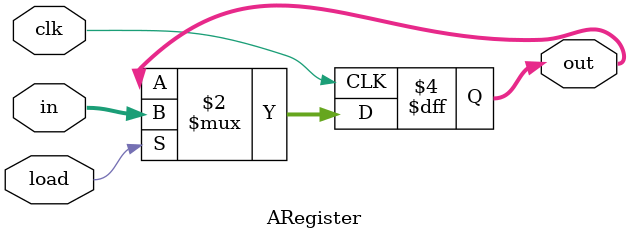
<source format=v>
module ARegister (
    input wire clk,
    input wire load,
    input wire [15:0] in,
    output reg [15:0] out
);

    always @ (posedge clk) begin
        if (load) out <= in;
    end
endmodule
</source>
